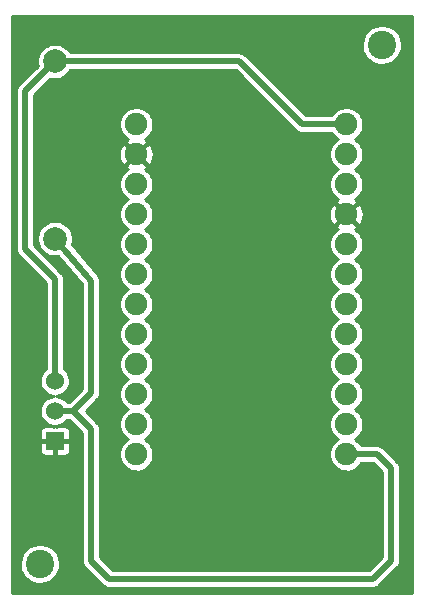
<source format=gtl>
G04 #@! TF.FileFunction,Copper,L1,Top,Signal*
%FSLAX46Y46*%
G04 Gerber Fmt 4.6, Leading zero omitted, Abs format (unit mm)*
G04 Created by KiCad (PCBNEW (2015-11-24 BZR 6329, Git e511afd)-product) date Die 01 Dez 2015 10:43:08 CET*
%MOMM*%
G01*
G04 APERTURE LIST*
%ADD10C,0.150000*%
%ADD11C,1.900000*%
%ADD12R,1.524000X1.524000*%
%ADD13C,1.524000*%
%ADD14C,2.400000*%
%ADD15C,1.998980*%
%ADD16C,0.508000*%
%ADD17C,0.254000*%
G04 APERTURE END LIST*
D10*
D11*
X121190000Y-78852000D03*
X121190000Y-81392000D03*
X121190000Y-83932000D03*
X121190000Y-86472000D03*
X121190000Y-89012000D03*
X121190000Y-91552000D03*
X121190000Y-94092000D03*
X121190000Y-96632000D03*
X121190000Y-99172000D03*
X121190000Y-101712000D03*
X121190000Y-104252000D03*
X121190000Y-106792000D03*
X138970000Y-78852000D03*
X138970000Y-81392000D03*
X138970000Y-83932000D03*
X138970000Y-86472000D03*
X138970000Y-89012000D03*
X138970000Y-91552000D03*
X138970000Y-94092000D03*
X138970000Y-96632000D03*
X138970000Y-99172000D03*
X138970000Y-101712000D03*
X138970000Y-104252000D03*
X138970000Y-106792000D03*
D12*
X114300000Y-105664000D03*
D13*
X114300000Y-103124000D03*
X114300000Y-100584000D03*
D14*
X113030000Y-116078000D03*
X141986000Y-72136000D03*
D15*
X114300000Y-73526000D03*
X114300000Y-88526000D03*
D16*
X114300000Y-100584000D02*
X114300000Y-91948000D01*
X111760000Y-76066000D02*
X114300000Y-73526000D01*
X111760000Y-89408000D02*
X111760000Y-76066000D01*
X114300000Y-91948000D02*
X111760000Y-89408000D01*
X135240000Y-78852000D02*
X129914000Y-73526000D01*
X129914000Y-73526000D02*
X114300000Y-73526000D01*
X138970000Y-78852000D02*
X135240000Y-78852000D01*
X138970000Y-106792000D02*
X141590000Y-106792000D01*
X117348000Y-104648000D02*
X117348000Y-106680000D01*
X117348000Y-106680000D02*
X117348000Y-115824000D01*
X117348000Y-115824000D02*
X118872000Y-117348000D01*
X118872000Y-117348000D02*
X141224000Y-117348000D01*
X141224000Y-117348000D02*
X142748000Y-115824000D01*
X142748000Y-115824000D02*
X142748000Y-112014000D01*
X117348000Y-104648000D02*
X115824000Y-103124000D01*
X142748000Y-107950000D02*
X142748000Y-112014000D01*
X141590000Y-106792000D02*
X142748000Y-107950000D01*
X115824000Y-103124000D02*
X117348000Y-101600000D01*
X117348000Y-92082000D02*
X114300000Y-88526000D01*
X117348000Y-101600000D02*
X117348000Y-92082000D01*
X115824000Y-103124000D02*
X114300000Y-103124000D01*
D17*
X139130000Y-104092000D02*
X138970000Y-104252000D01*
G36*
X144522000Y-118534000D02*
X110638000Y-118534000D01*
X110638000Y-116221613D01*
X111319755Y-116221613D01*
X111380221Y-116551066D01*
X111503527Y-116862501D01*
X111684975Y-117144054D01*
X111917655Y-117385001D01*
X112192704Y-117576165D01*
X112499645Y-117710264D01*
X112826788Y-117782191D01*
X113161670Y-117789206D01*
X113491537Y-117731041D01*
X113803825Y-117609913D01*
X114086638Y-117430434D01*
X114329203Y-117199442D01*
X114522283Y-116925735D01*
X114658522Y-116619737D01*
X114732731Y-116293105D01*
X114738073Y-115910522D01*
X114673013Y-115581945D01*
X114545371Y-115272263D01*
X114360009Y-114993271D01*
X114123988Y-114755596D01*
X113846297Y-114568291D01*
X113537513Y-114438490D01*
X113209398Y-114371138D01*
X112874451Y-114368799D01*
X112545428Y-114431564D01*
X112234862Y-114557041D01*
X111954582Y-114740450D01*
X111715265Y-114974807D01*
X111526026Y-115251184D01*
X111394073Y-115559053D01*
X111324432Y-115886690D01*
X111319755Y-116221613D01*
X110638000Y-116221613D01*
X110638000Y-105854500D01*
X113030000Y-105854500D01*
X113030000Y-106476034D01*
X113049522Y-106574178D01*
X113087816Y-106666629D01*
X113143411Y-106749831D01*
X113214169Y-106820590D01*
X113297372Y-106876184D01*
X113389822Y-106914478D01*
X113487967Y-106934000D01*
X114109500Y-106934000D01*
X114236500Y-106807000D01*
X114236500Y-105727500D01*
X114363500Y-105727500D01*
X114363500Y-106807000D01*
X114490500Y-106934000D01*
X115112033Y-106934000D01*
X115210178Y-106914478D01*
X115302628Y-106876184D01*
X115385831Y-106820590D01*
X115456589Y-106749831D01*
X115512184Y-106666629D01*
X115550478Y-106574178D01*
X115570000Y-106476034D01*
X115570000Y-105854500D01*
X115443000Y-105727500D01*
X114363500Y-105727500D01*
X114236500Y-105727500D01*
X113157000Y-105727500D01*
X113030000Y-105854500D01*
X110638000Y-105854500D01*
X110638000Y-76066000D01*
X110998000Y-76066000D01*
X110998000Y-89408000D01*
X111004875Y-89478114D01*
X111011004Y-89548170D01*
X111012120Y-89552013D01*
X111012512Y-89556007D01*
X111032877Y-89623460D01*
X111052494Y-89690982D01*
X111054337Y-89694538D01*
X111055496Y-89698376D01*
X111088556Y-89760553D01*
X111120933Y-89823014D01*
X111123432Y-89826144D01*
X111125314Y-89829684D01*
X111169801Y-89884231D01*
X111213714Y-89939240D01*
X111219212Y-89944815D01*
X111219307Y-89944931D01*
X111219415Y-89945020D01*
X111221185Y-89946815D01*
X113538000Y-92263631D01*
X113538000Y-99564823D01*
X113500363Y-99589452D01*
X113322416Y-99763710D01*
X113181706Y-99969212D01*
X113083590Y-100198132D01*
X113031808Y-100441749D01*
X113028331Y-100690785D01*
X113073291Y-100935753D01*
X113164976Y-101167323D01*
X113299894Y-101376675D01*
X113472905Y-101555833D01*
X113677420Y-101697975D01*
X113905650Y-101797686D01*
X114148899Y-101851168D01*
X114270027Y-101853705D01*
X114184340Y-101853107D01*
X113939691Y-101899776D01*
X113708767Y-101993076D01*
X113500363Y-102129452D01*
X113322416Y-102303710D01*
X113181706Y-102509212D01*
X113083590Y-102738132D01*
X113031808Y-102981749D01*
X113028331Y-103230785D01*
X113073291Y-103475753D01*
X113164976Y-103707323D01*
X113299894Y-103916675D01*
X113472905Y-104095833D01*
X113677420Y-104237975D01*
X113905650Y-104337686D01*
X114148899Y-104391168D01*
X114284096Y-104394000D01*
X114236498Y-104394000D01*
X114236498Y-104520998D01*
X114109500Y-104394000D01*
X113487967Y-104394000D01*
X113389822Y-104413522D01*
X113297372Y-104451816D01*
X113214169Y-104507410D01*
X113143411Y-104578169D01*
X113087816Y-104661371D01*
X113049522Y-104753822D01*
X113030000Y-104851966D01*
X113030000Y-105473500D01*
X113157000Y-105600500D01*
X114236500Y-105600500D01*
X114236500Y-105580500D01*
X114363500Y-105580500D01*
X114363500Y-105600500D01*
X115443000Y-105600500D01*
X115570000Y-105473500D01*
X115570000Y-104851966D01*
X115550478Y-104753822D01*
X115512184Y-104661371D01*
X115456589Y-104578169D01*
X115385831Y-104507410D01*
X115302628Y-104451816D01*
X115210178Y-104413522D01*
X115112033Y-104394000D01*
X114490500Y-104394000D01*
X114363502Y-104520998D01*
X114363502Y-104395663D01*
X114397905Y-104396384D01*
X114643181Y-104353135D01*
X114875385Y-104263069D01*
X115085673Y-104129616D01*
X115266035Y-103957859D01*
X115316726Y-103886000D01*
X115508370Y-103886000D01*
X116586000Y-104963631D01*
X116586000Y-115824000D01*
X116592875Y-115894114D01*
X116599004Y-115964170D01*
X116600120Y-115968013D01*
X116600512Y-115972007D01*
X116620877Y-116039460D01*
X116640494Y-116106982D01*
X116642337Y-116110538D01*
X116643496Y-116114376D01*
X116676556Y-116176553D01*
X116708933Y-116239014D01*
X116711432Y-116242144D01*
X116713314Y-116245684D01*
X116757801Y-116300231D01*
X116801714Y-116355240D01*
X116807212Y-116360815D01*
X116807307Y-116360931D01*
X116807415Y-116361020D01*
X116809185Y-116362815D01*
X118333184Y-117886815D01*
X118387597Y-117931510D01*
X118441495Y-117976736D01*
X118445006Y-117978666D01*
X118448103Y-117981210D01*
X118510130Y-118014469D01*
X118571816Y-118048381D01*
X118575636Y-118049593D01*
X118579167Y-118051486D01*
X118646464Y-118072061D01*
X118713571Y-118093348D01*
X118717554Y-118093795D01*
X118721385Y-118094966D01*
X118791373Y-118102075D01*
X118861361Y-118109926D01*
X118869197Y-118109981D01*
X118869340Y-118109995D01*
X118869473Y-118109982D01*
X118872000Y-118110000D01*
X141224000Y-118110000D01*
X141294114Y-118103125D01*
X141364170Y-118096996D01*
X141368013Y-118095880D01*
X141372007Y-118095488D01*
X141439460Y-118075123D01*
X141506982Y-118055506D01*
X141510538Y-118053663D01*
X141514376Y-118052504D01*
X141576553Y-118019444D01*
X141639014Y-117987067D01*
X141642144Y-117984568D01*
X141645684Y-117982686D01*
X141700231Y-117938199D01*
X141755240Y-117894286D01*
X141760815Y-117888788D01*
X141760931Y-117888693D01*
X141761020Y-117888585D01*
X141762815Y-117886815D01*
X143286815Y-116362816D01*
X143331510Y-116308403D01*
X143376736Y-116254505D01*
X143378666Y-116250994D01*
X143381210Y-116247897D01*
X143414469Y-116185870D01*
X143448381Y-116124184D01*
X143449593Y-116120364D01*
X143451486Y-116116833D01*
X143472061Y-116049536D01*
X143493348Y-115982429D01*
X143493795Y-115978446D01*
X143494966Y-115974615D01*
X143502075Y-115904627D01*
X143509926Y-115834639D01*
X143509981Y-115826803D01*
X143509995Y-115826660D01*
X143509982Y-115826527D01*
X143510000Y-115824000D01*
X143510000Y-107950000D01*
X143503126Y-107879895D01*
X143496996Y-107809829D01*
X143495880Y-107805986D01*
X143495488Y-107801993D01*
X143475126Y-107734552D01*
X143455506Y-107667018D01*
X143453663Y-107663462D01*
X143452504Y-107659624D01*
X143419455Y-107597467D01*
X143387067Y-107534985D01*
X143384566Y-107531853D01*
X143382686Y-107528316D01*
X143338217Y-107473791D01*
X143294286Y-107418760D01*
X143288784Y-107413181D01*
X143288693Y-107413069D01*
X143288589Y-107412983D01*
X143286815Y-107411184D01*
X142128815Y-106253185D01*
X142074401Y-106208488D01*
X142020505Y-106163264D01*
X142016997Y-106161336D01*
X142013897Y-106158789D01*
X141951831Y-106125510D01*
X141890184Y-106091619D01*
X141886364Y-106090407D01*
X141882833Y-106088514D01*
X141815536Y-106067939D01*
X141748429Y-106046652D01*
X141744446Y-106046205D01*
X141740615Y-106045034D01*
X141670627Y-106037925D01*
X141600639Y-106030074D01*
X141592803Y-106030019D01*
X141592660Y-106030005D01*
X141592527Y-106030018D01*
X141590000Y-106030000D01*
X140214270Y-106030000D01*
X140105336Y-105866042D01*
X139903861Y-105663156D01*
X139692339Y-105520481D01*
X139871978Y-105406479D01*
X140079039Y-105209297D01*
X140243858Y-104975652D01*
X140360156Y-104714443D01*
X140423503Y-104435620D01*
X140428063Y-104109036D01*
X140372526Y-103828553D01*
X140263567Y-103564198D01*
X140105336Y-103326042D01*
X139903861Y-103123156D01*
X139692339Y-102980481D01*
X139871978Y-102866479D01*
X140079039Y-102669297D01*
X140243858Y-102435652D01*
X140360156Y-102174443D01*
X140423503Y-101895620D01*
X140428063Y-101569036D01*
X140372526Y-101288553D01*
X140263567Y-101024198D01*
X140105336Y-100786042D01*
X139903861Y-100583156D01*
X139692339Y-100440481D01*
X139871978Y-100326479D01*
X140079039Y-100129297D01*
X140243858Y-99895652D01*
X140360156Y-99634443D01*
X140423503Y-99355620D01*
X140428063Y-99029036D01*
X140372526Y-98748553D01*
X140263567Y-98484198D01*
X140105336Y-98246042D01*
X139903861Y-98043156D01*
X139692339Y-97900481D01*
X139871978Y-97786479D01*
X140079039Y-97589297D01*
X140243858Y-97355652D01*
X140360156Y-97094443D01*
X140423503Y-96815620D01*
X140428063Y-96489036D01*
X140372526Y-96208553D01*
X140263567Y-95944198D01*
X140105336Y-95706042D01*
X139903861Y-95503156D01*
X139692339Y-95360481D01*
X139871978Y-95246479D01*
X140079039Y-95049297D01*
X140243858Y-94815652D01*
X140360156Y-94554443D01*
X140423503Y-94275620D01*
X140428063Y-93949036D01*
X140372526Y-93668553D01*
X140263567Y-93404198D01*
X140105336Y-93166042D01*
X139903861Y-92963156D01*
X139692339Y-92820481D01*
X139871978Y-92706479D01*
X140079039Y-92509297D01*
X140243858Y-92275652D01*
X140360156Y-92014443D01*
X140423503Y-91735620D01*
X140428063Y-91409036D01*
X140372526Y-91128553D01*
X140263567Y-90864198D01*
X140105336Y-90626042D01*
X139903861Y-90423156D01*
X139692339Y-90280481D01*
X139871978Y-90166479D01*
X140079039Y-89969297D01*
X140243858Y-89735652D01*
X140360156Y-89474443D01*
X140423503Y-89195620D01*
X140428063Y-88869036D01*
X140372526Y-88588553D01*
X140263567Y-88324198D01*
X140105336Y-88086042D01*
X139903861Y-87883156D01*
X139691744Y-87740080D01*
X139778956Y-87693465D01*
X139870180Y-87461983D01*
X138970000Y-86561803D01*
X138069820Y-87461983D01*
X138161044Y-87693465D01*
X138250091Y-87740594D01*
X138051991Y-87870227D01*
X137847703Y-88070281D01*
X137686163Y-88306204D01*
X137573523Y-88569011D01*
X137514075Y-88848692D01*
X137510083Y-89134593D01*
X137561699Y-89415824D01*
X137666956Y-89681674D01*
X137821846Y-89922016D01*
X138020469Y-90127696D01*
X138245131Y-90283840D01*
X138051991Y-90410227D01*
X137847703Y-90610281D01*
X137686163Y-90846204D01*
X137573523Y-91109011D01*
X137514075Y-91388692D01*
X137510083Y-91674593D01*
X137561699Y-91955824D01*
X137666956Y-92221674D01*
X137821846Y-92462016D01*
X138020469Y-92667696D01*
X138245131Y-92823840D01*
X138051991Y-92950227D01*
X137847703Y-93150281D01*
X137686163Y-93386204D01*
X137573523Y-93649011D01*
X137514075Y-93928692D01*
X137510083Y-94214593D01*
X137561699Y-94495824D01*
X137666956Y-94761674D01*
X137821846Y-95002016D01*
X138020469Y-95207696D01*
X138245131Y-95363840D01*
X138051991Y-95490227D01*
X137847703Y-95690281D01*
X137686163Y-95926204D01*
X137573523Y-96189011D01*
X137514075Y-96468692D01*
X137510083Y-96754593D01*
X137561699Y-97035824D01*
X137666956Y-97301674D01*
X137821846Y-97542016D01*
X138020469Y-97747696D01*
X138245131Y-97903840D01*
X138051991Y-98030227D01*
X137847703Y-98230281D01*
X137686163Y-98466204D01*
X137573523Y-98729011D01*
X137514075Y-99008692D01*
X137510083Y-99294593D01*
X137561699Y-99575824D01*
X137666956Y-99841674D01*
X137821846Y-100082016D01*
X138020469Y-100287696D01*
X138245131Y-100443840D01*
X138051991Y-100570227D01*
X137847703Y-100770281D01*
X137686163Y-101006204D01*
X137573523Y-101269011D01*
X137514075Y-101548692D01*
X137510083Y-101834593D01*
X137561699Y-102115824D01*
X137666956Y-102381674D01*
X137821846Y-102622016D01*
X138020469Y-102827696D01*
X138245131Y-102983840D01*
X138051991Y-103110227D01*
X137847703Y-103310281D01*
X137686163Y-103546204D01*
X137573523Y-103809011D01*
X137514075Y-104088692D01*
X137510083Y-104374593D01*
X137561699Y-104655824D01*
X137666956Y-104921674D01*
X137821846Y-105162016D01*
X138020469Y-105367696D01*
X138245131Y-105523840D01*
X138051991Y-105650227D01*
X137847703Y-105850281D01*
X137686163Y-106086204D01*
X137573523Y-106349011D01*
X137514075Y-106628692D01*
X137510083Y-106914593D01*
X137561699Y-107195824D01*
X137666956Y-107461674D01*
X137821846Y-107702016D01*
X138020469Y-107907696D01*
X138255259Y-108070879D01*
X138517273Y-108185350D01*
X138796532Y-108246749D01*
X139082398Y-108252737D01*
X139363982Y-108203086D01*
X139630560Y-108099687D01*
X139871978Y-107946479D01*
X140079039Y-107749297D01*
X140216806Y-107554000D01*
X141274370Y-107554000D01*
X141986000Y-108265631D01*
X141986000Y-115508369D01*
X140908370Y-116586000D01*
X119187631Y-116586000D01*
X118110000Y-115508370D01*
X118110000Y-104648000D01*
X118103122Y-104577850D01*
X118096996Y-104507829D01*
X118095880Y-104503986D01*
X118095488Y-104499993D01*
X118075126Y-104432552D01*
X118055506Y-104365018D01*
X118053663Y-104361462D01*
X118052504Y-104357624D01*
X118019455Y-104295467D01*
X117987067Y-104232985D01*
X117984566Y-104229853D01*
X117982686Y-104226316D01*
X117938217Y-104171791D01*
X117894286Y-104116760D01*
X117888784Y-104111181D01*
X117888693Y-104111069D01*
X117888589Y-104110983D01*
X117886815Y-104109184D01*
X116901630Y-103124000D01*
X117886815Y-102138816D01*
X117931510Y-102084403D01*
X117976736Y-102030505D01*
X117978666Y-102026994D01*
X117981210Y-102023897D01*
X118014469Y-101961870D01*
X118048381Y-101900184D01*
X118049593Y-101896364D01*
X118051486Y-101892833D01*
X118072061Y-101825536D01*
X118093348Y-101758429D01*
X118093795Y-101754446D01*
X118094966Y-101750615D01*
X118102075Y-101680627D01*
X118109926Y-101610639D01*
X118109981Y-101602803D01*
X118109995Y-101602660D01*
X118109982Y-101602527D01*
X118110000Y-101600000D01*
X118110000Y-92082000D01*
X118105974Y-92040939D01*
X118105541Y-91999688D01*
X118098736Y-91967117D01*
X118095488Y-91933993D01*
X118083563Y-91894494D01*
X118075126Y-91854115D01*
X118062123Y-91823485D01*
X118052504Y-91791624D01*
X118033134Y-91755194D01*
X118017015Y-91717223D01*
X117998310Y-91689701D01*
X117982686Y-91660316D01*
X117956612Y-91628345D01*
X117933421Y-91594223D01*
X117926554Y-91586097D01*
X115729174Y-89022487D01*
X115737342Y-89004140D01*
X115802839Y-88715853D01*
X115807555Y-88378183D01*
X115750132Y-88088179D01*
X115637475Y-87814852D01*
X115473874Y-87568612D01*
X115265560Y-87358839D01*
X115020468Y-87193522D01*
X114747934Y-87078960D01*
X114458338Y-87019514D01*
X114162711Y-87017450D01*
X113872314Y-87072847D01*
X113598207Y-87183593D01*
X113350831Y-87345471D01*
X113139608Y-87552316D01*
X112972585Y-87796247D01*
X112856122Y-88067975D01*
X112794656Y-88357149D01*
X112790529Y-88652754D01*
X112843896Y-88943531D01*
X112952726Y-89218405D01*
X113112874Y-89466905D01*
X113318238Y-89679566D01*
X113560998Y-89848288D01*
X113831906Y-89966645D01*
X114120644Y-90030128D01*
X114416213Y-90036320D01*
X114568005Y-90009555D01*
X116586000Y-92363882D01*
X116586000Y-101284369D01*
X115508370Y-102362000D01*
X115318548Y-102362000D01*
X115288942Y-102317439D01*
X115113445Y-102140713D01*
X114906965Y-102001441D01*
X114677366Y-101904926D01*
X114433393Y-101854846D01*
X114407647Y-101854666D01*
X114643181Y-101813135D01*
X114875385Y-101723069D01*
X115085673Y-101589616D01*
X115266035Y-101417859D01*
X115409602Y-101214341D01*
X115510903Y-100986814D01*
X115566082Y-100743943D01*
X115570054Y-100459470D01*
X115521678Y-100215154D01*
X115426769Y-99984886D01*
X115288942Y-99777439D01*
X115113445Y-99600713D01*
X115062000Y-99566013D01*
X115062000Y-91948000D01*
X115055122Y-91877850D01*
X115048996Y-91807829D01*
X115047880Y-91803986D01*
X115047488Y-91799993D01*
X115027126Y-91732552D01*
X115007506Y-91665018D01*
X115005663Y-91661462D01*
X115004504Y-91657624D01*
X114971455Y-91595467D01*
X114939067Y-91532985D01*
X114936566Y-91529853D01*
X114934686Y-91526316D01*
X114890217Y-91471791D01*
X114846286Y-91416760D01*
X114840784Y-91411181D01*
X114840693Y-91411069D01*
X114840589Y-91410983D01*
X114838815Y-91409184D01*
X112522000Y-89092370D01*
X112522000Y-84054593D01*
X119730083Y-84054593D01*
X119781699Y-84335824D01*
X119886956Y-84601674D01*
X120041846Y-84842016D01*
X120240469Y-85047696D01*
X120465131Y-85203840D01*
X120271991Y-85330227D01*
X120067703Y-85530281D01*
X119906163Y-85766204D01*
X119793523Y-86029011D01*
X119734075Y-86308692D01*
X119730083Y-86594593D01*
X119781699Y-86875824D01*
X119886956Y-87141674D01*
X120041846Y-87382016D01*
X120240469Y-87587696D01*
X120465131Y-87743840D01*
X120271991Y-87870227D01*
X120067703Y-88070281D01*
X119906163Y-88306204D01*
X119793523Y-88569011D01*
X119734075Y-88848692D01*
X119730083Y-89134593D01*
X119781699Y-89415824D01*
X119886956Y-89681674D01*
X120041846Y-89922016D01*
X120240469Y-90127696D01*
X120465131Y-90283840D01*
X120271991Y-90410227D01*
X120067703Y-90610281D01*
X119906163Y-90846204D01*
X119793523Y-91109011D01*
X119734075Y-91388692D01*
X119730083Y-91674593D01*
X119781699Y-91955824D01*
X119886956Y-92221674D01*
X120041846Y-92462016D01*
X120240469Y-92667696D01*
X120465131Y-92823840D01*
X120271991Y-92950227D01*
X120067703Y-93150281D01*
X119906163Y-93386204D01*
X119793523Y-93649011D01*
X119734075Y-93928692D01*
X119730083Y-94214593D01*
X119781699Y-94495824D01*
X119886956Y-94761674D01*
X120041846Y-95002016D01*
X120240469Y-95207696D01*
X120465131Y-95363840D01*
X120271991Y-95490227D01*
X120067703Y-95690281D01*
X119906163Y-95926204D01*
X119793523Y-96189011D01*
X119734075Y-96468692D01*
X119730083Y-96754593D01*
X119781699Y-97035824D01*
X119886956Y-97301674D01*
X120041846Y-97542016D01*
X120240469Y-97747696D01*
X120465131Y-97903840D01*
X120271991Y-98030227D01*
X120067703Y-98230281D01*
X119906163Y-98466204D01*
X119793523Y-98729011D01*
X119734075Y-99008692D01*
X119730083Y-99294593D01*
X119781699Y-99575824D01*
X119886956Y-99841674D01*
X120041846Y-100082016D01*
X120240469Y-100287696D01*
X120465131Y-100443840D01*
X120271991Y-100570227D01*
X120067703Y-100770281D01*
X119906163Y-101006204D01*
X119793523Y-101269011D01*
X119734075Y-101548692D01*
X119730083Y-101834593D01*
X119781699Y-102115824D01*
X119886956Y-102381674D01*
X120041846Y-102622016D01*
X120240469Y-102827696D01*
X120465131Y-102983840D01*
X120271991Y-103110227D01*
X120067703Y-103310281D01*
X119906163Y-103546204D01*
X119793523Y-103809011D01*
X119734075Y-104088692D01*
X119730083Y-104374593D01*
X119781699Y-104655824D01*
X119886956Y-104921674D01*
X120041846Y-105162016D01*
X120240469Y-105367696D01*
X120465131Y-105523840D01*
X120271991Y-105650227D01*
X120067703Y-105850281D01*
X119906163Y-106086204D01*
X119793523Y-106349011D01*
X119734075Y-106628692D01*
X119730083Y-106914593D01*
X119781699Y-107195824D01*
X119886956Y-107461674D01*
X120041846Y-107702016D01*
X120240469Y-107907696D01*
X120475259Y-108070879D01*
X120737273Y-108185350D01*
X121016532Y-108246749D01*
X121302398Y-108252737D01*
X121583982Y-108203086D01*
X121850560Y-108099687D01*
X122091978Y-107946479D01*
X122299039Y-107749297D01*
X122463858Y-107515652D01*
X122580156Y-107254443D01*
X122643503Y-106975620D01*
X122648063Y-106649036D01*
X122592526Y-106368553D01*
X122483567Y-106104198D01*
X122325336Y-105866042D01*
X122123861Y-105663156D01*
X121912339Y-105520481D01*
X122091978Y-105406479D01*
X122299039Y-105209297D01*
X122463858Y-104975652D01*
X122580156Y-104714443D01*
X122643503Y-104435620D01*
X122648063Y-104109036D01*
X122592526Y-103828553D01*
X122483567Y-103564198D01*
X122325336Y-103326042D01*
X122123861Y-103123156D01*
X121912339Y-102980481D01*
X122091978Y-102866479D01*
X122299039Y-102669297D01*
X122463858Y-102435652D01*
X122580156Y-102174443D01*
X122643503Y-101895620D01*
X122648063Y-101569036D01*
X122592526Y-101288553D01*
X122483567Y-101024198D01*
X122325336Y-100786042D01*
X122123861Y-100583156D01*
X121912339Y-100440481D01*
X122091978Y-100326479D01*
X122299039Y-100129297D01*
X122463858Y-99895652D01*
X122580156Y-99634443D01*
X122643503Y-99355620D01*
X122648063Y-99029036D01*
X122592526Y-98748553D01*
X122483567Y-98484198D01*
X122325336Y-98246042D01*
X122123861Y-98043156D01*
X121912339Y-97900481D01*
X122091978Y-97786479D01*
X122299039Y-97589297D01*
X122463858Y-97355652D01*
X122580156Y-97094443D01*
X122643503Y-96815620D01*
X122648063Y-96489036D01*
X122592526Y-96208553D01*
X122483567Y-95944198D01*
X122325336Y-95706042D01*
X122123861Y-95503156D01*
X121912339Y-95360481D01*
X122091978Y-95246479D01*
X122299039Y-95049297D01*
X122463858Y-94815652D01*
X122580156Y-94554443D01*
X122643503Y-94275620D01*
X122648063Y-93949036D01*
X122592526Y-93668553D01*
X122483567Y-93404198D01*
X122325336Y-93166042D01*
X122123861Y-92963156D01*
X121912339Y-92820481D01*
X122091978Y-92706479D01*
X122299039Y-92509297D01*
X122463858Y-92275652D01*
X122580156Y-92014443D01*
X122643503Y-91735620D01*
X122648063Y-91409036D01*
X122592526Y-91128553D01*
X122483567Y-90864198D01*
X122325336Y-90626042D01*
X122123861Y-90423156D01*
X121912339Y-90280481D01*
X122091978Y-90166479D01*
X122299039Y-89969297D01*
X122463858Y-89735652D01*
X122580156Y-89474443D01*
X122643503Y-89195620D01*
X122648063Y-88869036D01*
X122592526Y-88588553D01*
X122483567Y-88324198D01*
X122325336Y-88086042D01*
X122123861Y-87883156D01*
X121912339Y-87740481D01*
X122091978Y-87626479D01*
X122299039Y-87429297D01*
X122463858Y-87195652D01*
X122580156Y-86934443D01*
X122643503Y-86655620D01*
X122645983Y-86477988D01*
X137504958Y-86477988D01*
X137534277Y-86763688D01*
X137618770Y-87038179D01*
X137748535Y-87280956D01*
X137980017Y-87372180D01*
X138880197Y-86472000D01*
X139059803Y-86472000D01*
X139959983Y-87372180D01*
X140191465Y-87280956D01*
X140325814Y-87027116D01*
X140408059Y-86751943D01*
X140435042Y-86466012D01*
X140405723Y-86180312D01*
X140321230Y-85905821D01*
X140191465Y-85663044D01*
X139959983Y-85571820D01*
X139059803Y-86472000D01*
X138880197Y-86472000D01*
X137980017Y-85571820D01*
X137748535Y-85663044D01*
X137614186Y-85916884D01*
X137531941Y-86192057D01*
X137504958Y-86477988D01*
X122645983Y-86477988D01*
X122648063Y-86329036D01*
X122592526Y-86048553D01*
X122483567Y-85784198D01*
X122325336Y-85546042D01*
X122123861Y-85343156D01*
X121912339Y-85200481D01*
X122091978Y-85086479D01*
X122299039Y-84889297D01*
X122463858Y-84655652D01*
X122580156Y-84394443D01*
X122643503Y-84115620D01*
X122648063Y-83789036D01*
X122592526Y-83508553D01*
X122483567Y-83244198D01*
X122325336Y-83006042D01*
X122123861Y-82803156D01*
X121911744Y-82660080D01*
X121998956Y-82613465D01*
X122090180Y-82381983D01*
X121190000Y-81481803D01*
X120289820Y-82381983D01*
X120381044Y-82613465D01*
X120470091Y-82660594D01*
X120271991Y-82790227D01*
X120067703Y-82990281D01*
X119906163Y-83226204D01*
X119793523Y-83489011D01*
X119734075Y-83768692D01*
X119730083Y-84054593D01*
X112522000Y-84054593D01*
X112522000Y-81397988D01*
X119724958Y-81397988D01*
X119754277Y-81683688D01*
X119838770Y-81958179D01*
X119968535Y-82200956D01*
X120200017Y-82292180D01*
X121100197Y-81392000D01*
X121279803Y-81392000D01*
X122179983Y-82292180D01*
X122411465Y-82200956D01*
X122545814Y-81947116D01*
X122628059Y-81671943D01*
X122655042Y-81386012D01*
X122625723Y-81100312D01*
X122541230Y-80825821D01*
X122411465Y-80583044D01*
X122179983Y-80491820D01*
X121279803Y-81392000D01*
X121100197Y-81392000D01*
X120200017Y-80491820D01*
X119968535Y-80583044D01*
X119834186Y-80836884D01*
X119751941Y-81112057D01*
X119724958Y-81397988D01*
X112522000Y-81397988D01*
X112522000Y-78974593D01*
X119730083Y-78974593D01*
X119781699Y-79255824D01*
X119886956Y-79521674D01*
X120041846Y-79762016D01*
X120240469Y-79967696D01*
X120466555Y-80124829D01*
X120381044Y-80170535D01*
X120289820Y-80402017D01*
X121190000Y-81302197D01*
X122090180Y-80402017D01*
X121998956Y-80170535D01*
X121908721Y-80122777D01*
X122091978Y-80006479D01*
X122299039Y-79809297D01*
X122463858Y-79575652D01*
X122580156Y-79314443D01*
X122643503Y-79035620D01*
X122648063Y-78709036D01*
X122592526Y-78428553D01*
X122483567Y-78164198D01*
X122325336Y-77926042D01*
X122123861Y-77723156D01*
X121886816Y-77563266D01*
X121623229Y-77452465D01*
X121343140Y-77394971D01*
X121057218Y-77392975D01*
X120776354Y-77446552D01*
X120511246Y-77553663D01*
X120271991Y-77710227D01*
X120067703Y-77910281D01*
X119906163Y-78146204D01*
X119793523Y-78409011D01*
X119734075Y-78688692D01*
X119730083Y-78974593D01*
X112522000Y-78974593D01*
X112522000Y-76381630D01*
X113918046Y-74985584D01*
X114120644Y-75030128D01*
X114416213Y-75036320D01*
X114707355Y-74984983D01*
X114982982Y-74878075D01*
X115232594Y-74719666D01*
X115446684Y-74515791D01*
X115607373Y-74288000D01*
X129598370Y-74288000D01*
X134701184Y-79390815D01*
X134755597Y-79435510D01*
X134809495Y-79480736D01*
X134813006Y-79482666D01*
X134816103Y-79485210D01*
X134878130Y-79518469D01*
X134939816Y-79552381D01*
X134943636Y-79553593D01*
X134947167Y-79555486D01*
X135014464Y-79576061D01*
X135081571Y-79597348D01*
X135085554Y-79597795D01*
X135089385Y-79598966D01*
X135159373Y-79606075D01*
X135229361Y-79613926D01*
X135237197Y-79613981D01*
X135237340Y-79613995D01*
X135237473Y-79613982D01*
X135240000Y-79614000D01*
X137726456Y-79614000D01*
X137821846Y-79762016D01*
X138020469Y-79967696D01*
X138245131Y-80123840D01*
X138051991Y-80250227D01*
X137847703Y-80450281D01*
X137686163Y-80686204D01*
X137573523Y-80949011D01*
X137514075Y-81228692D01*
X137510083Y-81514593D01*
X137561699Y-81795824D01*
X137666956Y-82061674D01*
X137821846Y-82302016D01*
X138020469Y-82507696D01*
X138245131Y-82663840D01*
X138051991Y-82790227D01*
X137847703Y-82990281D01*
X137686163Y-83226204D01*
X137573523Y-83489011D01*
X137514075Y-83768692D01*
X137510083Y-84054593D01*
X137561699Y-84335824D01*
X137666956Y-84601674D01*
X137821846Y-84842016D01*
X138020469Y-85047696D01*
X138246555Y-85204829D01*
X138161044Y-85250535D01*
X138069820Y-85482017D01*
X138970000Y-86382197D01*
X139870180Y-85482017D01*
X139778956Y-85250535D01*
X139688721Y-85202777D01*
X139871978Y-85086479D01*
X140079039Y-84889297D01*
X140243858Y-84655652D01*
X140360156Y-84394443D01*
X140423503Y-84115620D01*
X140428063Y-83789036D01*
X140372526Y-83508553D01*
X140263567Y-83244198D01*
X140105336Y-83006042D01*
X139903861Y-82803156D01*
X139692339Y-82660481D01*
X139871978Y-82546479D01*
X140079039Y-82349297D01*
X140243858Y-82115652D01*
X140360156Y-81854443D01*
X140423503Y-81575620D01*
X140428063Y-81249036D01*
X140372526Y-80968553D01*
X140263567Y-80704198D01*
X140105336Y-80466042D01*
X139903861Y-80263156D01*
X139692339Y-80120481D01*
X139871978Y-80006479D01*
X140079039Y-79809297D01*
X140243858Y-79575652D01*
X140360156Y-79314443D01*
X140423503Y-79035620D01*
X140428063Y-78709036D01*
X140372526Y-78428553D01*
X140263567Y-78164198D01*
X140105336Y-77926042D01*
X139903861Y-77723156D01*
X139666816Y-77563266D01*
X139403229Y-77452465D01*
X139123140Y-77394971D01*
X138837218Y-77392975D01*
X138556354Y-77446552D01*
X138291246Y-77553663D01*
X138051991Y-77710227D01*
X137847703Y-77910281D01*
X137724647Y-78090000D01*
X135555631Y-78090000D01*
X130452815Y-72987185D01*
X130398401Y-72942488D01*
X130344505Y-72897264D01*
X130340997Y-72895336D01*
X130337897Y-72892789D01*
X130275831Y-72859510D01*
X130214184Y-72825619D01*
X130210364Y-72824407D01*
X130206833Y-72822514D01*
X130139536Y-72801939D01*
X130072429Y-72780652D01*
X130068446Y-72780205D01*
X130064615Y-72779034D01*
X129994627Y-72771925D01*
X129924639Y-72764074D01*
X129916803Y-72764019D01*
X129916660Y-72764005D01*
X129916527Y-72764018D01*
X129914000Y-72764000D01*
X115603689Y-72764000D01*
X115473874Y-72568612D01*
X115265560Y-72358839D01*
X115148103Y-72279613D01*
X140275755Y-72279613D01*
X140336221Y-72609066D01*
X140459527Y-72920501D01*
X140640975Y-73202054D01*
X140873655Y-73443001D01*
X141148704Y-73634165D01*
X141455645Y-73768264D01*
X141782788Y-73840191D01*
X142117670Y-73847206D01*
X142447537Y-73789041D01*
X142759825Y-73667913D01*
X143042638Y-73488434D01*
X143285203Y-73257442D01*
X143478283Y-72983735D01*
X143614522Y-72677737D01*
X143688731Y-72351105D01*
X143694073Y-71968522D01*
X143629013Y-71639945D01*
X143501371Y-71330263D01*
X143316009Y-71051271D01*
X143079988Y-70813596D01*
X142802297Y-70626291D01*
X142493513Y-70496490D01*
X142165398Y-70429138D01*
X141830451Y-70426799D01*
X141501428Y-70489564D01*
X141190862Y-70615041D01*
X140910582Y-70798450D01*
X140671265Y-71032807D01*
X140482026Y-71309184D01*
X140350073Y-71617053D01*
X140280432Y-71944690D01*
X140275755Y-72279613D01*
X115148103Y-72279613D01*
X115020468Y-72193522D01*
X114747934Y-72078960D01*
X114458338Y-72019514D01*
X114162711Y-72017450D01*
X113872314Y-72072847D01*
X113598207Y-72183593D01*
X113350831Y-72345471D01*
X113139608Y-72552316D01*
X112972585Y-72796247D01*
X112856122Y-73067975D01*
X112794656Y-73357149D01*
X112790529Y-73652754D01*
X112837839Y-73910530D01*
X111221185Y-75527185D01*
X111176488Y-75581599D01*
X111131264Y-75635495D01*
X111129336Y-75639003D01*
X111126789Y-75642103D01*
X111093510Y-75704169D01*
X111059619Y-75765816D01*
X111058407Y-75769636D01*
X111056514Y-75773167D01*
X111035939Y-75840464D01*
X111014652Y-75907571D01*
X111014205Y-75911554D01*
X111013034Y-75915385D01*
X111005925Y-75985373D01*
X110998074Y-76055361D01*
X110998019Y-76063197D01*
X110998005Y-76063340D01*
X110998018Y-76063473D01*
X110998000Y-76066000D01*
X110638000Y-76066000D01*
X110638000Y-69650000D01*
X144522000Y-69650000D01*
X144522000Y-118534000D01*
X144522000Y-118534000D01*
G37*
X144522000Y-118534000D02*
X110638000Y-118534000D01*
X110638000Y-116221613D01*
X111319755Y-116221613D01*
X111380221Y-116551066D01*
X111503527Y-116862501D01*
X111684975Y-117144054D01*
X111917655Y-117385001D01*
X112192704Y-117576165D01*
X112499645Y-117710264D01*
X112826788Y-117782191D01*
X113161670Y-117789206D01*
X113491537Y-117731041D01*
X113803825Y-117609913D01*
X114086638Y-117430434D01*
X114329203Y-117199442D01*
X114522283Y-116925735D01*
X114658522Y-116619737D01*
X114732731Y-116293105D01*
X114738073Y-115910522D01*
X114673013Y-115581945D01*
X114545371Y-115272263D01*
X114360009Y-114993271D01*
X114123988Y-114755596D01*
X113846297Y-114568291D01*
X113537513Y-114438490D01*
X113209398Y-114371138D01*
X112874451Y-114368799D01*
X112545428Y-114431564D01*
X112234862Y-114557041D01*
X111954582Y-114740450D01*
X111715265Y-114974807D01*
X111526026Y-115251184D01*
X111394073Y-115559053D01*
X111324432Y-115886690D01*
X111319755Y-116221613D01*
X110638000Y-116221613D01*
X110638000Y-105854500D01*
X113030000Y-105854500D01*
X113030000Y-106476034D01*
X113049522Y-106574178D01*
X113087816Y-106666629D01*
X113143411Y-106749831D01*
X113214169Y-106820590D01*
X113297372Y-106876184D01*
X113389822Y-106914478D01*
X113487967Y-106934000D01*
X114109500Y-106934000D01*
X114236500Y-106807000D01*
X114236500Y-105727500D01*
X114363500Y-105727500D01*
X114363500Y-106807000D01*
X114490500Y-106934000D01*
X115112033Y-106934000D01*
X115210178Y-106914478D01*
X115302628Y-106876184D01*
X115385831Y-106820590D01*
X115456589Y-106749831D01*
X115512184Y-106666629D01*
X115550478Y-106574178D01*
X115570000Y-106476034D01*
X115570000Y-105854500D01*
X115443000Y-105727500D01*
X114363500Y-105727500D01*
X114236500Y-105727500D01*
X113157000Y-105727500D01*
X113030000Y-105854500D01*
X110638000Y-105854500D01*
X110638000Y-76066000D01*
X110998000Y-76066000D01*
X110998000Y-89408000D01*
X111004875Y-89478114D01*
X111011004Y-89548170D01*
X111012120Y-89552013D01*
X111012512Y-89556007D01*
X111032877Y-89623460D01*
X111052494Y-89690982D01*
X111054337Y-89694538D01*
X111055496Y-89698376D01*
X111088556Y-89760553D01*
X111120933Y-89823014D01*
X111123432Y-89826144D01*
X111125314Y-89829684D01*
X111169801Y-89884231D01*
X111213714Y-89939240D01*
X111219212Y-89944815D01*
X111219307Y-89944931D01*
X111219415Y-89945020D01*
X111221185Y-89946815D01*
X113538000Y-92263631D01*
X113538000Y-99564823D01*
X113500363Y-99589452D01*
X113322416Y-99763710D01*
X113181706Y-99969212D01*
X113083590Y-100198132D01*
X113031808Y-100441749D01*
X113028331Y-100690785D01*
X113073291Y-100935753D01*
X113164976Y-101167323D01*
X113299894Y-101376675D01*
X113472905Y-101555833D01*
X113677420Y-101697975D01*
X113905650Y-101797686D01*
X114148899Y-101851168D01*
X114270027Y-101853705D01*
X114184340Y-101853107D01*
X113939691Y-101899776D01*
X113708767Y-101993076D01*
X113500363Y-102129452D01*
X113322416Y-102303710D01*
X113181706Y-102509212D01*
X113083590Y-102738132D01*
X113031808Y-102981749D01*
X113028331Y-103230785D01*
X113073291Y-103475753D01*
X113164976Y-103707323D01*
X113299894Y-103916675D01*
X113472905Y-104095833D01*
X113677420Y-104237975D01*
X113905650Y-104337686D01*
X114148899Y-104391168D01*
X114284096Y-104394000D01*
X114236498Y-104394000D01*
X114236498Y-104520998D01*
X114109500Y-104394000D01*
X113487967Y-104394000D01*
X113389822Y-104413522D01*
X113297372Y-104451816D01*
X113214169Y-104507410D01*
X113143411Y-104578169D01*
X113087816Y-104661371D01*
X113049522Y-104753822D01*
X113030000Y-104851966D01*
X113030000Y-105473500D01*
X113157000Y-105600500D01*
X114236500Y-105600500D01*
X114236500Y-105580500D01*
X114363500Y-105580500D01*
X114363500Y-105600500D01*
X115443000Y-105600500D01*
X115570000Y-105473500D01*
X115570000Y-104851966D01*
X115550478Y-104753822D01*
X115512184Y-104661371D01*
X115456589Y-104578169D01*
X115385831Y-104507410D01*
X115302628Y-104451816D01*
X115210178Y-104413522D01*
X115112033Y-104394000D01*
X114490500Y-104394000D01*
X114363502Y-104520998D01*
X114363502Y-104395663D01*
X114397905Y-104396384D01*
X114643181Y-104353135D01*
X114875385Y-104263069D01*
X115085673Y-104129616D01*
X115266035Y-103957859D01*
X115316726Y-103886000D01*
X115508370Y-103886000D01*
X116586000Y-104963631D01*
X116586000Y-115824000D01*
X116592875Y-115894114D01*
X116599004Y-115964170D01*
X116600120Y-115968013D01*
X116600512Y-115972007D01*
X116620877Y-116039460D01*
X116640494Y-116106982D01*
X116642337Y-116110538D01*
X116643496Y-116114376D01*
X116676556Y-116176553D01*
X116708933Y-116239014D01*
X116711432Y-116242144D01*
X116713314Y-116245684D01*
X116757801Y-116300231D01*
X116801714Y-116355240D01*
X116807212Y-116360815D01*
X116807307Y-116360931D01*
X116807415Y-116361020D01*
X116809185Y-116362815D01*
X118333184Y-117886815D01*
X118387597Y-117931510D01*
X118441495Y-117976736D01*
X118445006Y-117978666D01*
X118448103Y-117981210D01*
X118510130Y-118014469D01*
X118571816Y-118048381D01*
X118575636Y-118049593D01*
X118579167Y-118051486D01*
X118646464Y-118072061D01*
X118713571Y-118093348D01*
X118717554Y-118093795D01*
X118721385Y-118094966D01*
X118791373Y-118102075D01*
X118861361Y-118109926D01*
X118869197Y-118109981D01*
X118869340Y-118109995D01*
X118869473Y-118109982D01*
X118872000Y-118110000D01*
X141224000Y-118110000D01*
X141294114Y-118103125D01*
X141364170Y-118096996D01*
X141368013Y-118095880D01*
X141372007Y-118095488D01*
X141439460Y-118075123D01*
X141506982Y-118055506D01*
X141510538Y-118053663D01*
X141514376Y-118052504D01*
X141576553Y-118019444D01*
X141639014Y-117987067D01*
X141642144Y-117984568D01*
X141645684Y-117982686D01*
X141700231Y-117938199D01*
X141755240Y-117894286D01*
X141760815Y-117888788D01*
X141760931Y-117888693D01*
X141761020Y-117888585D01*
X141762815Y-117886815D01*
X143286815Y-116362816D01*
X143331510Y-116308403D01*
X143376736Y-116254505D01*
X143378666Y-116250994D01*
X143381210Y-116247897D01*
X143414469Y-116185870D01*
X143448381Y-116124184D01*
X143449593Y-116120364D01*
X143451486Y-116116833D01*
X143472061Y-116049536D01*
X143493348Y-115982429D01*
X143493795Y-115978446D01*
X143494966Y-115974615D01*
X143502075Y-115904627D01*
X143509926Y-115834639D01*
X143509981Y-115826803D01*
X143509995Y-115826660D01*
X143509982Y-115826527D01*
X143510000Y-115824000D01*
X143510000Y-107950000D01*
X143503126Y-107879895D01*
X143496996Y-107809829D01*
X143495880Y-107805986D01*
X143495488Y-107801993D01*
X143475126Y-107734552D01*
X143455506Y-107667018D01*
X143453663Y-107663462D01*
X143452504Y-107659624D01*
X143419455Y-107597467D01*
X143387067Y-107534985D01*
X143384566Y-107531853D01*
X143382686Y-107528316D01*
X143338217Y-107473791D01*
X143294286Y-107418760D01*
X143288784Y-107413181D01*
X143288693Y-107413069D01*
X143288589Y-107412983D01*
X143286815Y-107411184D01*
X142128815Y-106253185D01*
X142074401Y-106208488D01*
X142020505Y-106163264D01*
X142016997Y-106161336D01*
X142013897Y-106158789D01*
X141951831Y-106125510D01*
X141890184Y-106091619D01*
X141886364Y-106090407D01*
X141882833Y-106088514D01*
X141815536Y-106067939D01*
X141748429Y-106046652D01*
X141744446Y-106046205D01*
X141740615Y-106045034D01*
X141670627Y-106037925D01*
X141600639Y-106030074D01*
X141592803Y-106030019D01*
X141592660Y-106030005D01*
X141592527Y-106030018D01*
X141590000Y-106030000D01*
X140214270Y-106030000D01*
X140105336Y-105866042D01*
X139903861Y-105663156D01*
X139692339Y-105520481D01*
X139871978Y-105406479D01*
X140079039Y-105209297D01*
X140243858Y-104975652D01*
X140360156Y-104714443D01*
X140423503Y-104435620D01*
X140428063Y-104109036D01*
X140372526Y-103828553D01*
X140263567Y-103564198D01*
X140105336Y-103326042D01*
X139903861Y-103123156D01*
X139692339Y-102980481D01*
X139871978Y-102866479D01*
X140079039Y-102669297D01*
X140243858Y-102435652D01*
X140360156Y-102174443D01*
X140423503Y-101895620D01*
X140428063Y-101569036D01*
X140372526Y-101288553D01*
X140263567Y-101024198D01*
X140105336Y-100786042D01*
X139903861Y-100583156D01*
X139692339Y-100440481D01*
X139871978Y-100326479D01*
X140079039Y-100129297D01*
X140243858Y-99895652D01*
X140360156Y-99634443D01*
X140423503Y-99355620D01*
X140428063Y-99029036D01*
X140372526Y-98748553D01*
X140263567Y-98484198D01*
X140105336Y-98246042D01*
X139903861Y-98043156D01*
X139692339Y-97900481D01*
X139871978Y-97786479D01*
X140079039Y-97589297D01*
X140243858Y-97355652D01*
X140360156Y-97094443D01*
X140423503Y-96815620D01*
X140428063Y-96489036D01*
X140372526Y-96208553D01*
X140263567Y-95944198D01*
X140105336Y-95706042D01*
X139903861Y-95503156D01*
X139692339Y-95360481D01*
X139871978Y-95246479D01*
X140079039Y-95049297D01*
X140243858Y-94815652D01*
X140360156Y-94554443D01*
X140423503Y-94275620D01*
X140428063Y-93949036D01*
X140372526Y-93668553D01*
X140263567Y-93404198D01*
X140105336Y-93166042D01*
X139903861Y-92963156D01*
X139692339Y-92820481D01*
X139871978Y-92706479D01*
X140079039Y-92509297D01*
X140243858Y-92275652D01*
X140360156Y-92014443D01*
X140423503Y-91735620D01*
X140428063Y-91409036D01*
X140372526Y-91128553D01*
X140263567Y-90864198D01*
X140105336Y-90626042D01*
X139903861Y-90423156D01*
X139692339Y-90280481D01*
X139871978Y-90166479D01*
X140079039Y-89969297D01*
X140243858Y-89735652D01*
X140360156Y-89474443D01*
X140423503Y-89195620D01*
X140428063Y-88869036D01*
X140372526Y-88588553D01*
X140263567Y-88324198D01*
X140105336Y-88086042D01*
X139903861Y-87883156D01*
X139691744Y-87740080D01*
X139778956Y-87693465D01*
X139870180Y-87461983D01*
X138970000Y-86561803D01*
X138069820Y-87461983D01*
X138161044Y-87693465D01*
X138250091Y-87740594D01*
X138051991Y-87870227D01*
X137847703Y-88070281D01*
X137686163Y-88306204D01*
X137573523Y-88569011D01*
X137514075Y-88848692D01*
X137510083Y-89134593D01*
X137561699Y-89415824D01*
X137666956Y-89681674D01*
X137821846Y-89922016D01*
X138020469Y-90127696D01*
X138245131Y-90283840D01*
X138051991Y-90410227D01*
X137847703Y-90610281D01*
X137686163Y-90846204D01*
X137573523Y-91109011D01*
X137514075Y-91388692D01*
X137510083Y-91674593D01*
X137561699Y-91955824D01*
X137666956Y-92221674D01*
X137821846Y-92462016D01*
X138020469Y-92667696D01*
X138245131Y-92823840D01*
X138051991Y-92950227D01*
X137847703Y-93150281D01*
X137686163Y-93386204D01*
X137573523Y-93649011D01*
X137514075Y-93928692D01*
X137510083Y-94214593D01*
X137561699Y-94495824D01*
X137666956Y-94761674D01*
X137821846Y-95002016D01*
X138020469Y-95207696D01*
X138245131Y-95363840D01*
X138051991Y-95490227D01*
X137847703Y-95690281D01*
X137686163Y-95926204D01*
X137573523Y-96189011D01*
X137514075Y-96468692D01*
X137510083Y-96754593D01*
X137561699Y-97035824D01*
X137666956Y-97301674D01*
X137821846Y-97542016D01*
X138020469Y-97747696D01*
X138245131Y-97903840D01*
X138051991Y-98030227D01*
X137847703Y-98230281D01*
X137686163Y-98466204D01*
X137573523Y-98729011D01*
X137514075Y-99008692D01*
X137510083Y-99294593D01*
X137561699Y-99575824D01*
X137666956Y-99841674D01*
X137821846Y-100082016D01*
X138020469Y-100287696D01*
X138245131Y-100443840D01*
X138051991Y-100570227D01*
X137847703Y-100770281D01*
X137686163Y-101006204D01*
X137573523Y-101269011D01*
X137514075Y-101548692D01*
X137510083Y-101834593D01*
X137561699Y-102115824D01*
X137666956Y-102381674D01*
X137821846Y-102622016D01*
X138020469Y-102827696D01*
X138245131Y-102983840D01*
X138051991Y-103110227D01*
X137847703Y-103310281D01*
X137686163Y-103546204D01*
X137573523Y-103809011D01*
X137514075Y-104088692D01*
X137510083Y-104374593D01*
X137561699Y-104655824D01*
X137666956Y-104921674D01*
X137821846Y-105162016D01*
X138020469Y-105367696D01*
X138245131Y-105523840D01*
X138051991Y-105650227D01*
X137847703Y-105850281D01*
X137686163Y-106086204D01*
X137573523Y-106349011D01*
X137514075Y-106628692D01*
X137510083Y-106914593D01*
X137561699Y-107195824D01*
X137666956Y-107461674D01*
X137821846Y-107702016D01*
X138020469Y-107907696D01*
X138255259Y-108070879D01*
X138517273Y-108185350D01*
X138796532Y-108246749D01*
X139082398Y-108252737D01*
X139363982Y-108203086D01*
X139630560Y-108099687D01*
X139871978Y-107946479D01*
X140079039Y-107749297D01*
X140216806Y-107554000D01*
X141274370Y-107554000D01*
X141986000Y-108265631D01*
X141986000Y-115508369D01*
X140908370Y-116586000D01*
X119187631Y-116586000D01*
X118110000Y-115508370D01*
X118110000Y-104648000D01*
X118103122Y-104577850D01*
X118096996Y-104507829D01*
X118095880Y-104503986D01*
X118095488Y-104499993D01*
X118075126Y-104432552D01*
X118055506Y-104365018D01*
X118053663Y-104361462D01*
X118052504Y-104357624D01*
X118019455Y-104295467D01*
X117987067Y-104232985D01*
X117984566Y-104229853D01*
X117982686Y-104226316D01*
X117938217Y-104171791D01*
X117894286Y-104116760D01*
X117888784Y-104111181D01*
X117888693Y-104111069D01*
X117888589Y-104110983D01*
X117886815Y-104109184D01*
X116901630Y-103124000D01*
X117886815Y-102138816D01*
X117931510Y-102084403D01*
X117976736Y-102030505D01*
X117978666Y-102026994D01*
X117981210Y-102023897D01*
X118014469Y-101961870D01*
X118048381Y-101900184D01*
X118049593Y-101896364D01*
X118051486Y-101892833D01*
X118072061Y-101825536D01*
X118093348Y-101758429D01*
X118093795Y-101754446D01*
X118094966Y-101750615D01*
X118102075Y-101680627D01*
X118109926Y-101610639D01*
X118109981Y-101602803D01*
X118109995Y-101602660D01*
X118109982Y-101602527D01*
X118110000Y-101600000D01*
X118110000Y-92082000D01*
X118105974Y-92040939D01*
X118105541Y-91999688D01*
X118098736Y-91967117D01*
X118095488Y-91933993D01*
X118083563Y-91894494D01*
X118075126Y-91854115D01*
X118062123Y-91823485D01*
X118052504Y-91791624D01*
X118033134Y-91755194D01*
X118017015Y-91717223D01*
X117998310Y-91689701D01*
X117982686Y-91660316D01*
X117956612Y-91628345D01*
X117933421Y-91594223D01*
X117926554Y-91586097D01*
X115729174Y-89022487D01*
X115737342Y-89004140D01*
X115802839Y-88715853D01*
X115807555Y-88378183D01*
X115750132Y-88088179D01*
X115637475Y-87814852D01*
X115473874Y-87568612D01*
X115265560Y-87358839D01*
X115020468Y-87193522D01*
X114747934Y-87078960D01*
X114458338Y-87019514D01*
X114162711Y-87017450D01*
X113872314Y-87072847D01*
X113598207Y-87183593D01*
X113350831Y-87345471D01*
X113139608Y-87552316D01*
X112972585Y-87796247D01*
X112856122Y-88067975D01*
X112794656Y-88357149D01*
X112790529Y-88652754D01*
X112843896Y-88943531D01*
X112952726Y-89218405D01*
X113112874Y-89466905D01*
X113318238Y-89679566D01*
X113560998Y-89848288D01*
X113831906Y-89966645D01*
X114120644Y-90030128D01*
X114416213Y-90036320D01*
X114568005Y-90009555D01*
X116586000Y-92363882D01*
X116586000Y-101284369D01*
X115508370Y-102362000D01*
X115318548Y-102362000D01*
X115288942Y-102317439D01*
X115113445Y-102140713D01*
X114906965Y-102001441D01*
X114677366Y-101904926D01*
X114433393Y-101854846D01*
X114407647Y-101854666D01*
X114643181Y-101813135D01*
X114875385Y-101723069D01*
X115085673Y-101589616D01*
X115266035Y-101417859D01*
X115409602Y-101214341D01*
X115510903Y-100986814D01*
X115566082Y-100743943D01*
X115570054Y-100459470D01*
X115521678Y-100215154D01*
X115426769Y-99984886D01*
X115288942Y-99777439D01*
X115113445Y-99600713D01*
X115062000Y-99566013D01*
X115062000Y-91948000D01*
X115055122Y-91877850D01*
X115048996Y-91807829D01*
X115047880Y-91803986D01*
X115047488Y-91799993D01*
X115027126Y-91732552D01*
X115007506Y-91665018D01*
X115005663Y-91661462D01*
X115004504Y-91657624D01*
X114971455Y-91595467D01*
X114939067Y-91532985D01*
X114936566Y-91529853D01*
X114934686Y-91526316D01*
X114890217Y-91471791D01*
X114846286Y-91416760D01*
X114840784Y-91411181D01*
X114840693Y-91411069D01*
X114840589Y-91410983D01*
X114838815Y-91409184D01*
X112522000Y-89092370D01*
X112522000Y-84054593D01*
X119730083Y-84054593D01*
X119781699Y-84335824D01*
X119886956Y-84601674D01*
X120041846Y-84842016D01*
X120240469Y-85047696D01*
X120465131Y-85203840D01*
X120271991Y-85330227D01*
X120067703Y-85530281D01*
X119906163Y-85766204D01*
X119793523Y-86029011D01*
X119734075Y-86308692D01*
X119730083Y-86594593D01*
X119781699Y-86875824D01*
X119886956Y-87141674D01*
X120041846Y-87382016D01*
X120240469Y-87587696D01*
X120465131Y-87743840D01*
X120271991Y-87870227D01*
X120067703Y-88070281D01*
X119906163Y-88306204D01*
X119793523Y-88569011D01*
X119734075Y-88848692D01*
X119730083Y-89134593D01*
X119781699Y-89415824D01*
X119886956Y-89681674D01*
X120041846Y-89922016D01*
X120240469Y-90127696D01*
X120465131Y-90283840D01*
X120271991Y-90410227D01*
X120067703Y-90610281D01*
X119906163Y-90846204D01*
X119793523Y-91109011D01*
X119734075Y-91388692D01*
X119730083Y-91674593D01*
X119781699Y-91955824D01*
X119886956Y-92221674D01*
X120041846Y-92462016D01*
X120240469Y-92667696D01*
X120465131Y-92823840D01*
X120271991Y-92950227D01*
X120067703Y-93150281D01*
X119906163Y-93386204D01*
X119793523Y-93649011D01*
X119734075Y-93928692D01*
X119730083Y-94214593D01*
X119781699Y-94495824D01*
X119886956Y-94761674D01*
X120041846Y-95002016D01*
X120240469Y-95207696D01*
X120465131Y-95363840D01*
X120271991Y-95490227D01*
X120067703Y-95690281D01*
X119906163Y-95926204D01*
X119793523Y-96189011D01*
X119734075Y-96468692D01*
X119730083Y-96754593D01*
X119781699Y-97035824D01*
X119886956Y-97301674D01*
X120041846Y-97542016D01*
X120240469Y-97747696D01*
X120465131Y-97903840D01*
X120271991Y-98030227D01*
X120067703Y-98230281D01*
X119906163Y-98466204D01*
X119793523Y-98729011D01*
X119734075Y-99008692D01*
X119730083Y-99294593D01*
X119781699Y-99575824D01*
X119886956Y-99841674D01*
X120041846Y-100082016D01*
X120240469Y-100287696D01*
X120465131Y-100443840D01*
X120271991Y-100570227D01*
X120067703Y-100770281D01*
X119906163Y-101006204D01*
X119793523Y-101269011D01*
X119734075Y-101548692D01*
X119730083Y-101834593D01*
X119781699Y-102115824D01*
X119886956Y-102381674D01*
X120041846Y-102622016D01*
X120240469Y-102827696D01*
X120465131Y-102983840D01*
X120271991Y-103110227D01*
X120067703Y-103310281D01*
X119906163Y-103546204D01*
X119793523Y-103809011D01*
X119734075Y-104088692D01*
X119730083Y-104374593D01*
X119781699Y-104655824D01*
X119886956Y-104921674D01*
X120041846Y-105162016D01*
X120240469Y-105367696D01*
X120465131Y-105523840D01*
X120271991Y-105650227D01*
X120067703Y-105850281D01*
X119906163Y-106086204D01*
X119793523Y-106349011D01*
X119734075Y-106628692D01*
X119730083Y-106914593D01*
X119781699Y-107195824D01*
X119886956Y-107461674D01*
X120041846Y-107702016D01*
X120240469Y-107907696D01*
X120475259Y-108070879D01*
X120737273Y-108185350D01*
X121016532Y-108246749D01*
X121302398Y-108252737D01*
X121583982Y-108203086D01*
X121850560Y-108099687D01*
X122091978Y-107946479D01*
X122299039Y-107749297D01*
X122463858Y-107515652D01*
X122580156Y-107254443D01*
X122643503Y-106975620D01*
X122648063Y-106649036D01*
X122592526Y-106368553D01*
X122483567Y-106104198D01*
X122325336Y-105866042D01*
X122123861Y-105663156D01*
X121912339Y-105520481D01*
X122091978Y-105406479D01*
X122299039Y-105209297D01*
X122463858Y-104975652D01*
X122580156Y-104714443D01*
X122643503Y-104435620D01*
X122648063Y-104109036D01*
X122592526Y-103828553D01*
X122483567Y-103564198D01*
X122325336Y-103326042D01*
X122123861Y-103123156D01*
X121912339Y-102980481D01*
X122091978Y-102866479D01*
X122299039Y-102669297D01*
X122463858Y-102435652D01*
X122580156Y-102174443D01*
X122643503Y-101895620D01*
X122648063Y-101569036D01*
X122592526Y-101288553D01*
X122483567Y-101024198D01*
X122325336Y-100786042D01*
X122123861Y-100583156D01*
X121912339Y-100440481D01*
X122091978Y-100326479D01*
X122299039Y-100129297D01*
X122463858Y-99895652D01*
X122580156Y-99634443D01*
X122643503Y-99355620D01*
X122648063Y-99029036D01*
X122592526Y-98748553D01*
X122483567Y-98484198D01*
X122325336Y-98246042D01*
X122123861Y-98043156D01*
X121912339Y-97900481D01*
X122091978Y-97786479D01*
X122299039Y-97589297D01*
X122463858Y-97355652D01*
X122580156Y-97094443D01*
X122643503Y-96815620D01*
X122648063Y-96489036D01*
X122592526Y-96208553D01*
X122483567Y-95944198D01*
X122325336Y-95706042D01*
X122123861Y-95503156D01*
X121912339Y-95360481D01*
X122091978Y-95246479D01*
X122299039Y-95049297D01*
X122463858Y-94815652D01*
X122580156Y-94554443D01*
X122643503Y-94275620D01*
X122648063Y-93949036D01*
X122592526Y-93668553D01*
X122483567Y-93404198D01*
X122325336Y-93166042D01*
X122123861Y-92963156D01*
X121912339Y-92820481D01*
X122091978Y-92706479D01*
X122299039Y-92509297D01*
X122463858Y-92275652D01*
X122580156Y-92014443D01*
X122643503Y-91735620D01*
X122648063Y-91409036D01*
X122592526Y-91128553D01*
X122483567Y-90864198D01*
X122325336Y-90626042D01*
X122123861Y-90423156D01*
X121912339Y-90280481D01*
X122091978Y-90166479D01*
X122299039Y-89969297D01*
X122463858Y-89735652D01*
X122580156Y-89474443D01*
X122643503Y-89195620D01*
X122648063Y-88869036D01*
X122592526Y-88588553D01*
X122483567Y-88324198D01*
X122325336Y-88086042D01*
X122123861Y-87883156D01*
X121912339Y-87740481D01*
X122091978Y-87626479D01*
X122299039Y-87429297D01*
X122463858Y-87195652D01*
X122580156Y-86934443D01*
X122643503Y-86655620D01*
X122645983Y-86477988D01*
X137504958Y-86477988D01*
X137534277Y-86763688D01*
X137618770Y-87038179D01*
X137748535Y-87280956D01*
X137980017Y-87372180D01*
X138880197Y-86472000D01*
X139059803Y-86472000D01*
X139959983Y-87372180D01*
X140191465Y-87280956D01*
X140325814Y-87027116D01*
X140408059Y-86751943D01*
X140435042Y-86466012D01*
X140405723Y-86180312D01*
X140321230Y-85905821D01*
X140191465Y-85663044D01*
X139959983Y-85571820D01*
X139059803Y-86472000D01*
X138880197Y-86472000D01*
X137980017Y-85571820D01*
X137748535Y-85663044D01*
X137614186Y-85916884D01*
X137531941Y-86192057D01*
X137504958Y-86477988D01*
X122645983Y-86477988D01*
X122648063Y-86329036D01*
X122592526Y-86048553D01*
X122483567Y-85784198D01*
X122325336Y-85546042D01*
X122123861Y-85343156D01*
X121912339Y-85200481D01*
X122091978Y-85086479D01*
X122299039Y-84889297D01*
X122463858Y-84655652D01*
X122580156Y-84394443D01*
X122643503Y-84115620D01*
X122648063Y-83789036D01*
X122592526Y-83508553D01*
X122483567Y-83244198D01*
X122325336Y-83006042D01*
X122123861Y-82803156D01*
X121911744Y-82660080D01*
X121998956Y-82613465D01*
X122090180Y-82381983D01*
X121190000Y-81481803D01*
X120289820Y-82381983D01*
X120381044Y-82613465D01*
X120470091Y-82660594D01*
X120271991Y-82790227D01*
X120067703Y-82990281D01*
X119906163Y-83226204D01*
X119793523Y-83489011D01*
X119734075Y-83768692D01*
X119730083Y-84054593D01*
X112522000Y-84054593D01*
X112522000Y-81397988D01*
X119724958Y-81397988D01*
X119754277Y-81683688D01*
X119838770Y-81958179D01*
X119968535Y-82200956D01*
X120200017Y-82292180D01*
X121100197Y-81392000D01*
X121279803Y-81392000D01*
X122179983Y-82292180D01*
X122411465Y-82200956D01*
X122545814Y-81947116D01*
X122628059Y-81671943D01*
X122655042Y-81386012D01*
X122625723Y-81100312D01*
X122541230Y-80825821D01*
X122411465Y-80583044D01*
X122179983Y-80491820D01*
X121279803Y-81392000D01*
X121100197Y-81392000D01*
X120200017Y-80491820D01*
X119968535Y-80583044D01*
X119834186Y-80836884D01*
X119751941Y-81112057D01*
X119724958Y-81397988D01*
X112522000Y-81397988D01*
X112522000Y-78974593D01*
X119730083Y-78974593D01*
X119781699Y-79255824D01*
X119886956Y-79521674D01*
X120041846Y-79762016D01*
X120240469Y-79967696D01*
X120466555Y-80124829D01*
X120381044Y-80170535D01*
X120289820Y-80402017D01*
X121190000Y-81302197D01*
X122090180Y-80402017D01*
X121998956Y-80170535D01*
X121908721Y-80122777D01*
X122091978Y-80006479D01*
X122299039Y-79809297D01*
X122463858Y-79575652D01*
X122580156Y-79314443D01*
X122643503Y-79035620D01*
X122648063Y-78709036D01*
X122592526Y-78428553D01*
X122483567Y-78164198D01*
X122325336Y-77926042D01*
X122123861Y-77723156D01*
X121886816Y-77563266D01*
X121623229Y-77452465D01*
X121343140Y-77394971D01*
X121057218Y-77392975D01*
X120776354Y-77446552D01*
X120511246Y-77553663D01*
X120271991Y-77710227D01*
X120067703Y-77910281D01*
X119906163Y-78146204D01*
X119793523Y-78409011D01*
X119734075Y-78688692D01*
X119730083Y-78974593D01*
X112522000Y-78974593D01*
X112522000Y-76381630D01*
X113918046Y-74985584D01*
X114120644Y-75030128D01*
X114416213Y-75036320D01*
X114707355Y-74984983D01*
X114982982Y-74878075D01*
X115232594Y-74719666D01*
X115446684Y-74515791D01*
X115607373Y-74288000D01*
X129598370Y-74288000D01*
X134701184Y-79390815D01*
X134755597Y-79435510D01*
X134809495Y-79480736D01*
X134813006Y-79482666D01*
X134816103Y-79485210D01*
X134878130Y-79518469D01*
X134939816Y-79552381D01*
X134943636Y-79553593D01*
X134947167Y-79555486D01*
X135014464Y-79576061D01*
X135081571Y-79597348D01*
X135085554Y-79597795D01*
X135089385Y-79598966D01*
X135159373Y-79606075D01*
X135229361Y-79613926D01*
X135237197Y-79613981D01*
X135237340Y-79613995D01*
X135237473Y-79613982D01*
X135240000Y-79614000D01*
X137726456Y-79614000D01*
X137821846Y-79762016D01*
X138020469Y-79967696D01*
X138245131Y-80123840D01*
X138051991Y-80250227D01*
X137847703Y-80450281D01*
X137686163Y-80686204D01*
X137573523Y-80949011D01*
X137514075Y-81228692D01*
X137510083Y-81514593D01*
X137561699Y-81795824D01*
X137666956Y-82061674D01*
X137821846Y-82302016D01*
X138020469Y-82507696D01*
X138245131Y-82663840D01*
X138051991Y-82790227D01*
X137847703Y-82990281D01*
X137686163Y-83226204D01*
X137573523Y-83489011D01*
X137514075Y-83768692D01*
X137510083Y-84054593D01*
X137561699Y-84335824D01*
X137666956Y-84601674D01*
X137821846Y-84842016D01*
X138020469Y-85047696D01*
X138246555Y-85204829D01*
X138161044Y-85250535D01*
X138069820Y-85482017D01*
X138970000Y-86382197D01*
X139870180Y-85482017D01*
X139778956Y-85250535D01*
X139688721Y-85202777D01*
X139871978Y-85086479D01*
X140079039Y-84889297D01*
X140243858Y-84655652D01*
X140360156Y-84394443D01*
X140423503Y-84115620D01*
X140428063Y-83789036D01*
X140372526Y-83508553D01*
X140263567Y-83244198D01*
X140105336Y-83006042D01*
X139903861Y-82803156D01*
X139692339Y-82660481D01*
X139871978Y-82546479D01*
X140079039Y-82349297D01*
X140243858Y-82115652D01*
X140360156Y-81854443D01*
X140423503Y-81575620D01*
X140428063Y-81249036D01*
X140372526Y-80968553D01*
X140263567Y-80704198D01*
X140105336Y-80466042D01*
X139903861Y-80263156D01*
X139692339Y-80120481D01*
X139871978Y-80006479D01*
X140079039Y-79809297D01*
X140243858Y-79575652D01*
X140360156Y-79314443D01*
X140423503Y-79035620D01*
X140428063Y-78709036D01*
X140372526Y-78428553D01*
X140263567Y-78164198D01*
X140105336Y-77926042D01*
X139903861Y-77723156D01*
X139666816Y-77563266D01*
X139403229Y-77452465D01*
X139123140Y-77394971D01*
X138837218Y-77392975D01*
X138556354Y-77446552D01*
X138291246Y-77553663D01*
X138051991Y-77710227D01*
X137847703Y-77910281D01*
X137724647Y-78090000D01*
X135555631Y-78090000D01*
X130452815Y-72987185D01*
X130398401Y-72942488D01*
X130344505Y-72897264D01*
X130340997Y-72895336D01*
X130337897Y-72892789D01*
X130275831Y-72859510D01*
X130214184Y-72825619D01*
X130210364Y-72824407D01*
X130206833Y-72822514D01*
X130139536Y-72801939D01*
X130072429Y-72780652D01*
X130068446Y-72780205D01*
X130064615Y-72779034D01*
X129994627Y-72771925D01*
X129924639Y-72764074D01*
X129916803Y-72764019D01*
X129916660Y-72764005D01*
X129916527Y-72764018D01*
X129914000Y-72764000D01*
X115603689Y-72764000D01*
X115473874Y-72568612D01*
X115265560Y-72358839D01*
X115148103Y-72279613D01*
X140275755Y-72279613D01*
X140336221Y-72609066D01*
X140459527Y-72920501D01*
X140640975Y-73202054D01*
X140873655Y-73443001D01*
X141148704Y-73634165D01*
X141455645Y-73768264D01*
X141782788Y-73840191D01*
X142117670Y-73847206D01*
X142447537Y-73789041D01*
X142759825Y-73667913D01*
X143042638Y-73488434D01*
X143285203Y-73257442D01*
X143478283Y-72983735D01*
X143614522Y-72677737D01*
X143688731Y-72351105D01*
X143694073Y-71968522D01*
X143629013Y-71639945D01*
X143501371Y-71330263D01*
X143316009Y-71051271D01*
X143079988Y-70813596D01*
X142802297Y-70626291D01*
X142493513Y-70496490D01*
X142165398Y-70429138D01*
X141830451Y-70426799D01*
X141501428Y-70489564D01*
X141190862Y-70615041D01*
X140910582Y-70798450D01*
X140671265Y-71032807D01*
X140482026Y-71309184D01*
X140350073Y-71617053D01*
X140280432Y-71944690D01*
X140275755Y-72279613D01*
X115148103Y-72279613D01*
X115020468Y-72193522D01*
X114747934Y-72078960D01*
X114458338Y-72019514D01*
X114162711Y-72017450D01*
X113872314Y-72072847D01*
X113598207Y-72183593D01*
X113350831Y-72345471D01*
X113139608Y-72552316D01*
X112972585Y-72796247D01*
X112856122Y-73067975D01*
X112794656Y-73357149D01*
X112790529Y-73652754D01*
X112837839Y-73910530D01*
X111221185Y-75527185D01*
X111176488Y-75581599D01*
X111131264Y-75635495D01*
X111129336Y-75639003D01*
X111126789Y-75642103D01*
X111093510Y-75704169D01*
X111059619Y-75765816D01*
X111058407Y-75769636D01*
X111056514Y-75773167D01*
X111035939Y-75840464D01*
X111014652Y-75907571D01*
X111014205Y-75911554D01*
X111013034Y-75915385D01*
X111005925Y-75985373D01*
X110998074Y-76055361D01*
X110998019Y-76063197D01*
X110998005Y-76063340D01*
X110998018Y-76063473D01*
X110998000Y-76066000D01*
X110638000Y-76066000D01*
X110638000Y-69650000D01*
X144522000Y-69650000D01*
X144522000Y-118534000D01*
M02*

</source>
